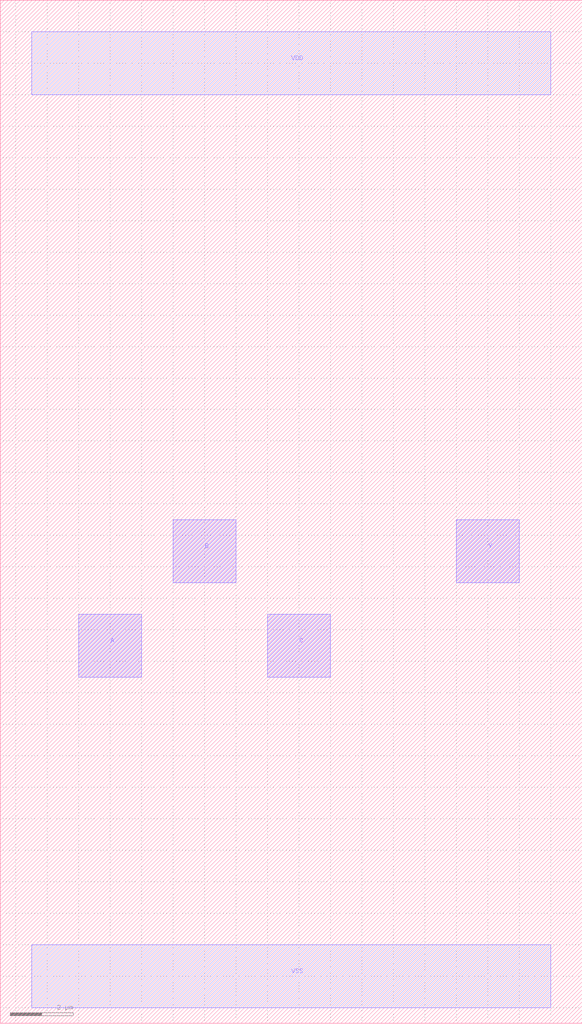
<source format=lef>
# C:/Users/akita/Documents/an31.lef
# Created by Glade release version 4.7.35 compiled on May 19 2020 19:14:35
# Run by akita on host LAPTOP-E0CJ65QR at Wed Jun  3 17:31:37 2020

VERSION 5.6 ;
NAMESCASESENSITIVE ON ;
BUSBITCHARS "[]" ;
DIVIDERCHAR "/"  ;
UNITS
    DATABASE MICRONS 1000 ;
END UNITS

MACRO an31
    CLASS core ;
    FOREIGN an31 -1.500 -1.500 ;
    ORIGIN 1.500 1.500 ;
    SIZE 18.500 BY 32.500 ;
    PIN Y
        DIRECTION OUTPUT ;
        USE SIGNAL ;
        PORT
        LAYER FRAME ;
        RECT 13.000 12.500 15.000 14.500 ;
        LAYER ML1 ;
        RECT 13.000 12.500 15.000 14.500 ;
        END
    END Y
    PIN B
        DIRECTION INPUT ;
        USE SIGNAL ;
        PORT
        LAYER FRAME ;
        RECT 4.000 12.500 6.000 14.500 ;
        LAYER ML1 ;
        RECT 4.000 12.500 6.000 14.500 ;
        END
    END B
    PIN VDD
        DIRECTION INOUT ;
        USE POWER ;
        PORT
        LAYER ML1 ;
        RECT -0.500 28.000 16.000 30.000 ;
        END
    END VDD
    PIN A
        DIRECTION INPUT ;
        USE SIGNAL ;
        PORT
        LAYER FRAME ;
        RECT 1.000 9.500 3.000 11.500 ;
        LAYER ML1 ;
        RECT 1.000 9.500 3.000 11.500 ;
        END
    END A
    PIN VSS
        DIRECTION INOUT ;
        USE GROUND ;
        PORT
        LAYER ML1 ;
        RECT -0.500 -1.000 16.000 1.000 ;
        END
    END VSS
    PIN C
        DIRECTION INPUT ;
        USE SIGNAL ;
        PORT
        LAYER FRAME ;
        RECT 7.000 9.500 9.000 11.500 ;
        LAYER ML1 ;
        RECT 7.000 9.500 9.000 11.500 ;
        END
    END C
    OBS
    END
END an31

END LIBRARY

</source>
